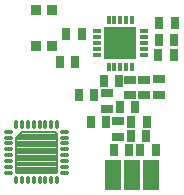
<source format=gts>
G75*
%MOIN*%
%OFA0B0*%
%FSLAX25Y25*%
%IPPOS*%
%LPD*%
%AMOC8*
5,1,8,0,0,1.08239X$1,22.5*
%
%ADD10R,0.11030X0.11030*%
%ADD11R,0.03156X0.01384*%
%ADD12R,0.01384X0.03156*%
%ADD13R,0.03943X0.03156*%
%ADD14R,0.03156X0.03943*%
%ADD15R,0.03825X0.03471*%
%ADD16R,0.05400X0.10400*%
%ADD17C,0.01378*%
%ADD18C,0.00787*%
D10*
X0047398Y0065262D03*
D11*
X0039642Y0065262D03*
X0039642Y0067230D03*
X0039642Y0069199D03*
X0039642Y0063293D03*
X0039642Y0061325D03*
X0055154Y0061325D03*
X0055154Y0063293D03*
X0055154Y0065262D03*
X0055154Y0067230D03*
X0055154Y0069199D03*
D12*
X0051335Y0073018D03*
X0049367Y0073018D03*
X0047398Y0073018D03*
X0045430Y0073018D03*
X0043461Y0073018D03*
X0043461Y0057506D03*
X0045430Y0057506D03*
X0047398Y0057506D03*
X0049367Y0057506D03*
X0051335Y0057506D03*
D13*
X0050723Y0053170D03*
X0055316Y0053166D03*
X0060149Y0053186D03*
X0060149Y0048068D03*
X0055316Y0048047D03*
X0050723Y0048052D03*
X0042952Y0048540D03*
X0042952Y0043422D03*
X0046776Y0039280D03*
X0046776Y0034162D03*
D14*
X0045184Y0029851D03*
X0050302Y0029851D03*
X0054073Y0029661D03*
X0056041Y0034234D03*
X0059191Y0029661D03*
X0050923Y0034234D03*
X0051095Y0039132D03*
X0052302Y0043893D03*
X0047184Y0043893D03*
X0042580Y0039157D03*
X0037462Y0039157D03*
X0038588Y0047930D03*
X0033470Y0047930D03*
X0041799Y0052830D03*
X0046917Y0052830D03*
X0060105Y0061453D03*
X0060280Y0066508D03*
X0065398Y0066508D03*
X0065223Y0061453D03*
X0065536Y0072016D03*
X0060418Y0072016D03*
X0034472Y0068455D03*
X0029354Y0068455D03*
X0027320Y0058860D03*
X0032438Y0058860D03*
X0056213Y0039132D03*
D15*
X0024505Y0064406D03*
X0019150Y0064406D03*
X0019150Y0076335D03*
X0024505Y0076335D03*
D16*
X0045095Y0021433D03*
X0051345Y0021433D03*
X0057595Y0021433D03*
D17*
X0012593Y0020444D02*
X0012593Y0018869D01*
X0014561Y0018869D02*
X0014561Y0020444D01*
X0016530Y0020444D02*
X0016530Y0018869D01*
X0018498Y0018869D02*
X0018498Y0020444D01*
X0020467Y0020444D02*
X0020467Y0018869D01*
X0022435Y0018869D02*
X0022435Y0020444D01*
X0024404Y0020444D02*
X0024404Y0018869D01*
X0026372Y0018869D02*
X0026372Y0020444D01*
X0027947Y0022018D02*
X0029522Y0022018D01*
X0029522Y0023987D02*
X0027947Y0023987D01*
X0027947Y0025955D02*
X0029522Y0025955D01*
X0029522Y0027924D02*
X0027947Y0027924D01*
X0027947Y0029892D02*
X0029522Y0029892D01*
X0029522Y0031861D02*
X0027947Y0031861D01*
X0027947Y0033829D02*
X0029522Y0033829D01*
X0029522Y0035798D02*
X0027947Y0035798D01*
X0026372Y0037373D02*
X0026372Y0038947D01*
X0024404Y0038947D02*
X0024404Y0037373D01*
X0022435Y0037373D02*
X0022435Y0038947D01*
X0020467Y0038947D02*
X0020467Y0037373D01*
X0018498Y0037373D02*
X0018498Y0038947D01*
X0016530Y0038947D02*
X0016530Y0037373D01*
X0014561Y0037373D02*
X0014561Y0038947D01*
X0012593Y0038947D02*
X0012593Y0037373D01*
X0011018Y0035798D02*
X0009443Y0035798D01*
X0009443Y0033829D02*
X0011018Y0033829D01*
X0011018Y0031861D02*
X0009443Y0031861D01*
X0009443Y0029892D02*
X0011018Y0029892D01*
X0011018Y0027924D02*
X0009443Y0027924D01*
X0009443Y0025955D02*
X0011018Y0025955D01*
X0011018Y0023987D02*
X0009443Y0023987D01*
X0009443Y0022018D02*
X0011018Y0022018D01*
D18*
X0012626Y0022748D02*
X0012593Y0023003D01*
X0012593Y0033829D01*
X0014561Y0035798D01*
X0025388Y0035798D01*
X0025643Y0035764D01*
X0025880Y0035666D01*
X0026084Y0035510D01*
X0026241Y0035306D01*
X0026339Y0035068D01*
X0026372Y0034814D01*
X0026372Y0023003D01*
X0026339Y0022748D01*
X0026241Y0022510D01*
X0026084Y0022307D01*
X0025880Y0022150D01*
X0025643Y0022052D01*
X0025388Y0022018D01*
X0013577Y0022018D01*
X0013322Y0022052D01*
X0013085Y0022150D01*
X0012881Y0022307D01*
X0012725Y0022510D01*
X0012626Y0022748D01*
X0012593Y0023042D02*
X0026372Y0023042D01*
X0026372Y0023828D02*
X0012593Y0023828D01*
X0012593Y0024614D02*
X0026372Y0024614D01*
X0026372Y0025400D02*
X0012593Y0025400D01*
X0012593Y0026186D02*
X0026372Y0026186D01*
X0026372Y0026972D02*
X0012593Y0026972D01*
X0012593Y0027758D02*
X0026372Y0027758D01*
X0026372Y0028544D02*
X0012593Y0028544D01*
X0012593Y0029330D02*
X0026372Y0029330D01*
X0026372Y0030115D02*
X0012593Y0030115D01*
X0012593Y0030901D02*
X0026372Y0030901D01*
X0026372Y0031687D02*
X0012593Y0031687D01*
X0012593Y0032473D02*
X0026372Y0032473D01*
X0026372Y0033259D02*
X0012593Y0033259D01*
X0012809Y0034045D02*
X0026372Y0034045D01*
X0026370Y0034831D02*
X0013594Y0034831D01*
X0014380Y0035617D02*
X0025944Y0035617D01*
X0026019Y0022256D02*
X0012947Y0022256D01*
M02*

</source>
